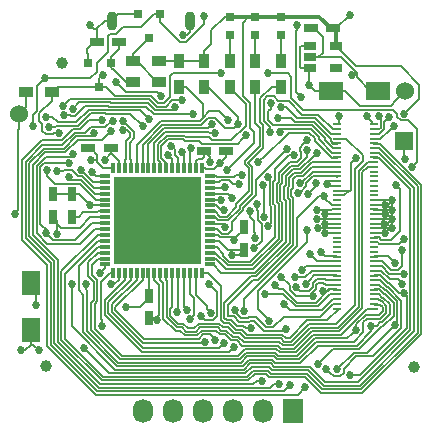
<source format=gtl>
G04 #@! TF.FileFunction,Copper,L1,Top,Signal*
%FSLAX46Y46*%
G04 Gerber Fmt 4.6, Leading zero omitted, Abs format (unit mm)*
G04 Created by KiCad (PCBNEW 4.0.1-stable) date Tuesday, May 24, 2016 'PMt' 11:55:58 PM*
%MOMM*%
G01*
G04 APERTURE LIST*
%ADD10C,0.100000*%
%ADD11C,1.000000*%
%ADD12R,0.300000X0.850000*%
%ADD13R,0.850000X0.300000*%
%ADD14R,1.837500X1.837500*%
%ADD15R,0.700000X0.200000*%
%ADD16R,0.750000X1.200000*%
%ADD17R,1.600000X2.000000*%
%ADD18R,1.200000X0.750000*%
%ADD19R,2.000000X1.600000*%
%ADD20R,0.797560X0.797560*%
%ADD21C,1.524000*%
%ADD22R,1.727200X2.032000*%
%ADD23O,1.727200X2.032000*%
%ADD24O,0.900000X1.600000*%
%ADD25R,1.501140X1.501140*%
%ADD26R,0.800100X0.800100*%
%ADD27R,0.900000X1.200000*%
%ADD28R,1.200000X0.900000*%
%ADD29R,1.060000X0.650000*%
%ADD30C,0.685800*%
%ADD31C,0.685801*%
%ADD32C,0.152400*%
%ADD33C,0.203200*%
%ADD34C,0.304800*%
G04 APERTURE END LIST*
D10*
D11*
X164590000Y-120760000D03*
X134800000Y-94970000D03*
D12*
X139101250Y-112761250D03*
X139601250Y-112761250D03*
X140101250Y-112761250D03*
X140601250Y-112761250D03*
X141101250Y-112761250D03*
X141601250Y-112761250D03*
X142101250Y-112761250D03*
X142601250Y-112761250D03*
X143101250Y-112761250D03*
X143601250Y-112761250D03*
X144101250Y-112761250D03*
X144601250Y-112761250D03*
X145101250Y-112761250D03*
X145601250Y-112761250D03*
X146101250Y-112761250D03*
X146601250Y-112761250D03*
D13*
X147301250Y-112061250D03*
X147301250Y-111561250D03*
X147301250Y-111061250D03*
X147301250Y-110561250D03*
X147301250Y-110061250D03*
X147301250Y-109561250D03*
X147301250Y-109061250D03*
X147301250Y-108561250D03*
X147301250Y-108061250D03*
X147301250Y-107561250D03*
X147301250Y-107061250D03*
X147301250Y-106561250D03*
X147301250Y-106061250D03*
X147301250Y-105561250D03*
X147301250Y-105061250D03*
X147301250Y-104561250D03*
D12*
X146601250Y-103861250D03*
X146101250Y-103861250D03*
X145601250Y-103861250D03*
X145101250Y-103861250D03*
X144601250Y-103861250D03*
X144101250Y-103861250D03*
X143601250Y-103861250D03*
X143101250Y-103861250D03*
X142601250Y-103861250D03*
X142101250Y-103861250D03*
X141601250Y-103861250D03*
X141101250Y-103861250D03*
X140601250Y-103861250D03*
X140101250Y-103861250D03*
X139601250Y-103861250D03*
X139101250Y-103861250D03*
D13*
X138401250Y-104561250D03*
X138401250Y-105061250D03*
X138401250Y-105561250D03*
X138401250Y-106061250D03*
X138401250Y-106561250D03*
X138401250Y-107061250D03*
X138401250Y-107561250D03*
X138401250Y-108061250D03*
X138401250Y-108561250D03*
X138401250Y-109061250D03*
X138401250Y-109561250D03*
X138401250Y-110061250D03*
X138401250Y-110561250D03*
X138401250Y-111061250D03*
X138401250Y-111561250D03*
X138401250Y-112061250D03*
D14*
X145607500Y-105555000D03*
X143770000Y-105555000D03*
X141932500Y-105555000D03*
X140095000Y-105555000D03*
X145607500Y-107392500D03*
X143770000Y-107392500D03*
X141932500Y-107392500D03*
X140095000Y-107392500D03*
X145607500Y-109230000D03*
X143770000Y-109230000D03*
X141932500Y-109230000D03*
X140095000Y-109230000D03*
X145607500Y-111067500D03*
X143770000Y-111067500D03*
X141932500Y-111067500D03*
X140095000Y-111067500D03*
D15*
X161190000Y-100200000D03*
X161190000Y-100600000D03*
X161190000Y-101000000D03*
X161190000Y-101400000D03*
X161190000Y-101800000D03*
X161190000Y-102200000D03*
X161190000Y-102600000D03*
X161190000Y-103000000D03*
X161190000Y-103400000D03*
X161190000Y-103800000D03*
X161190000Y-107800000D03*
X161190000Y-107400000D03*
X161190000Y-107000000D03*
X161190000Y-106600000D03*
X161190000Y-106200000D03*
X161190000Y-105800000D03*
X161190000Y-105400000D03*
X161190000Y-105000000D03*
X161190000Y-104600000D03*
X161190000Y-104200000D03*
X161190000Y-108200000D03*
X161190000Y-108600000D03*
X161190000Y-109000000D03*
X161190000Y-109400000D03*
X161190000Y-109800000D03*
X161190000Y-110200000D03*
X161190000Y-110600000D03*
X161190000Y-111000000D03*
X161190000Y-111400000D03*
X161190000Y-111800000D03*
X161190000Y-115800000D03*
X161190000Y-115400000D03*
X161190000Y-115000000D03*
X161190000Y-114600000D03*
X161190000Y-114200000D03*
X161190000Y-113800000D03*
X161190000Y-113400000D03*
X161190000Y-113000000D03*
X161190000Y-112600000D03*
X161190000Y-112200000D03*
X158110000Y-112200000D03*
X158110000Y-112600000D03*
X158110000Y-113000000D03*
X158110000Y-113400000D03*
X158110000Y-113800000D03*
X158110000Y-114200000D03*
X158110000Y-114600000D03*
X158110000Y-115000000D03*
X158110000Y-115400000D03*
X158110000Y-115800000D03*
X158110000Y-111800000D03*
X158110000Y-111400000D03*
X158110000Y-111000000D03*
X158110000Y-110600000D03*
X158110000Y-110200000D03*
X158110000Y-109800000D03*
X158110000Y-109400000D03*
X158110000Y-109000000D03*
X158110000Y-108600000D03*
X158110000Y-108200000D03*
X158110000Y-104200000D03*
X158110000Y-104600000D03*
X158110000Y-105000000D03*
X158110000Y-105400000D03*
X158110000Y-105800000D03*
X158110000Y-106200000D03*
X158110000Y-106600000D03*
X158110000Y-107000000D03*
X158110000Y-107400000D03*
X158110000Y-107800000D03*
X158110000Y-103800000D03*
X158110000Y-103400000D03*
X158110000Y-103000000D03*
X158110000Y-102600000D03*
X158110000Y-102200000D03*
X158110000Y-101800000D03*
X158110000Y-101400000D03*
X158110000Y-101000000D03*
X158110000Y-100600000D03*
X158110000Y-100200000D03*
D16*
X142150000Y-116600000D03*
X142150000Y-114700000D03*
X150200000Y-108900000D03*
X150200000Y-110800000D03*
D17*
X132180000Y-117640000D03*
X132180000Y-113640000D03*
D16*
X134010000Y-108020000D03*
X134010000Y-106120000D03*
X135670000Y-108010000D03*
X135670000Y-106110000D03*
D18*
X138920000Y-102240000D03*
X137020000Y-102240000D03*
X148670000Y-102450000D03*
X146770000Y-102450000D03*
D19*
X157530000Y-97340000D03*
X161530000Y-97340000D03*
D18*
X157770000Y-92060000D03*
X155870000Y-92060000D03*
X139630000Y-93230000D03*
X137730000Y-93230000D03*
D20*
X149000000Y-91100000D03*
X149000000Y-92598600D03*
X151150000Y-91100000D03*
X151150000Y-92598600D03*
X153300000Y-91100000D03*
X153300000Y-92598600D03*
D21*
X131170000Y-99310000D03*
D22*
X154330000Y-124440000D03*
D23*
X151790000Y-124440000D03*
X149250000Y-124440000D03*
X146710000Y-124440000D03*
X144170000Y-124440000D03*
X141630000Y-124440000D03*
D24*
X139000000Y-91450000D03*
X145600000Y-91450000D03*
D25*
X163780000Y-101640000D03*
D21*
X163850000Y-97370000D03*
D26*
X143100000Y-90889240D03*
X141200000Y-90889240D03*
X142150000Y-92888220D03*
X138900000Y-95039240D03*
X137000000Y-95039240D03*
X137950000Y-97038220D03*
D27*
X149000000Y-94800000D03*
X149000000Y-97000000D03*
X151150000Y-94800000D03*
X151150000Y-97000000D03*
X153300000Y-94800000D03*
X153300000Y-97000000D03*
D28*
X131720000Y-97460000D03*
X133920000Y-97460000D03*
D27*
X146850000Y-94800000D03*
X146850000Y-97000000D03*
D28*
X143000000Y-94870000D03*
X140800000Y-94870000D03*
X140820000Y-96590000D03*
X143020000Y-96590000D03*
D27*
X144700000Y-94800000D03*
X144700000Y-97000000D03*
D29*
X155750000Y-93550000D03*
X155750000Y-94500000D03*
X155750000Y-95450000D03*
X157950000Y-95450000D03*
X157950000Y-93550000D03*
D11*
X133430000Y-120660000D03*
D30*
X154451587Y-102826839D03*
D31*
X160588314Y-99531520D03*
D30*
X153834541Y-102263278D03*
D31*
X158255617Y-99531520D03*
X158255617Y-99531522D03*
X159700726Y-117580726D03*
X154506546Y-113131215D03*
D30*
X137982580Y-112787438D03*
X136790000Y-113680000D03*
D31*
X160970000Y-117250000D03*
X155117689Y-112557540D03*
D30*
X151760000Y-121911626D03*
X138950000Y-100730000D03*
X156430000Y-120525197D03*
X145669370Y-102177076D03*
X137502167Y-100951020D03*
X153190000Y-122178749D03*
X143778481Y-102813871D03*
D31*
X162950000Y-117190000D03*
X154624470Y-113961090D03*
D30*
X158069461Y-120952898D03*
X154120000Y-122290000D03*
X139071797Y-99876988D03*
X157174977Y-120909395D03*
X144921484Y-102555581D03*
X144052978Y-102021887D03*
X138200228Y-99825697D03*
D31*
X163711422Y-114496355D03*
X155427033Y-113699487D03*
D30*
X155373528Y-122469951D03*
X159173336Y-121435096D03*
X163543355Y-113675166D03*
X149143601Y-106468857D03*
X151313033Y-106972906D03*
D31*
X163700000Y-112840000D03*
D30*
X156843729Y-114286122D03*
X152852183Y-113789204D03*
X151075042Y-110700306D03*
X150022686Y-104455304D03*
X148561444Y-105493216D03*
X163564649Y-110829965D03*
X150701465Y-107546128D03*
D31*
X162950000Y-111900000D03*
D30*
X156030904Y-114737928D03*
X153363520Y-113125025D03*
X151092987Y-109862286D03*
X149774691Y-105255990D03*
X135616978Y-113753156D03*
X138918068Y-113724917D03*
X138130000Y-117240000D03*
X136621097Y-119109441D03*
X156369892Y-102596435D03*
D31*
X162864656Y-100304757D03*
D30*
X155563838Y-102375923D03*
D31*
X162507971Y-99546222D03*
D30*
X155570291Y-101540284D03*
D31*
X161632194Y-99531520D03*
D30*
X152390146Y-100883731D03*
X150363080Y-101133863D03*
X144369695Y-98743452D03*
X153305640Y-98768564D03*
X137361722Y-104204639D03*
X135712876Y-98866738D03*
X135698810Y-102730579D03*
X153060000Y-99670000D03*
X145901870Y-99312432D03*
X134986112Y-99433785D03*
X135405483Y-103513079D03*
X144942060Y-98134563D03*
X133460000Y-109400000D03*
X134852325Y-98606319D03*
X152443011Y-98379695D03*
X133524001Y-104103671D03*
X133436074Y-99549837D03*
X153222374Y-100807940D03*
X142156362Y-99733638D03*
X134357523Y-104163578D03*
X133670000Y-100460000D03*
X151402655Y-103423651D03*
X141603856Y-100368126D03*
X150809246Y-117448703D03*
X148521138Y-118736065D03*
X153740654Y-117519248D03*
X149320693Y-119063646D03*
X154910076Y-105178103D03*
X149693907Y-100148076D03*
X154770014Y-106001954D03*
X148853138Y-99823840D03*
X156387940Y-107433350D03*
X157050000Y-107790000D03*
X156400000Y-108200000D03*
X157050000Y-108600000D03*
X156420000Y-109010000D03*
X157050000Y-109410000D03*
X151775805Y-105354851D03*
D31*
X156699489Y-110981520D03*
D30*
X147773516Y-100970096D03*
X151918480Y-108032229D03*
X152245373Y-104660513D03*
D31*
X155798312Y-111183021D03*
D30*
X147449225Y-100197167D03*
X152260258Y-108806156D03*
X151934202Y-114523895D03*
X148469298Y-107448584D03*
X153553216Y-115406045D03*
X148256721Y-106635709D03*
X147370000Y-116150000D03*
X149414755Y-115879981D03*
X157183169Y-105214626D03*
X137148650Y-107061250D03*
X145010000Y-92640000D03*
X142795339Y-116742423D03*
X163790000Y-103110000D03*
X148157400Y-103490000D03*
X132840000Y-119340000D03*
X131300000Y-119340000D03*
X138390000Y-103180000D03*
X149385597Y-109971397D03*
X162740000Y-106600000D03*
X162100000Y-106990000D03*
X162700000Y-107410000D03*
X162110000Y-107790000D03*
X162690000Y-108210000D03*
X162080000Y-108600000D03*
X162690000Y-108970000D03*
X162110000Y-109390000D03*
X159370000Y-96030000D03*
X137160000Y-91810000D03*
X140167141Y-115688214D03*
X137250992Y-103229027D03*
X163720000Y-99300000D03*
X148785214Y-104045383D03*
X132620000Y-115530000D03*
X130790000Y-107780000D03*
X149169512Y-111269983D03*
X147320000Y-103390000D03*
X159680000Y-103060000D03*
X159160000Y-90900000D03*
X134330000Y-109450000D03*
X135368823Y-104651020D03*
X155720000Y-96880000D03*
X143206155Y-97832794D03*
X139360000Y-96640000D03*
X146584684Y-116435705D03*
X147230000Y-113710000D03*
X148599982Y-108896500D03*
X145610000Y-116690000D03*
X145330000Y-115880000D03*
X144528589Y-116116828D03*
X150235706Y-116036146D03*
X146932851Y-118596297D03*
X157000000Y-106300000D03*
X147748962Y-118416547D03*
X152332622Y-116809013D03*
X155510000Y-109160000D03*
X156330000Y-105150000D03*
X155612149Y-106122754D03*
X133310000Y-96300000D03*
X154650631Y-91747720D03*
D31*
X163714047Y-109890000D03*
D30*
X154980000Y-97860000D03*
X132310000Y-100310000D03*
X146790000Y-91040000D03*
X163060000Y-105330000D03*
X164449030Y-103780970D03*
X134534401Y-100963489D03*
X136401740Y-104026480D03*
X138240000Y-96000000D03*
X148270000Y-95820000D03*
X152210000Y-95870000D03*
X139910000Y-99880900D03*
X139910000Y-100719100D03*
D32*
X138401250Y-111561250D02*
X137823850Y-111561250D01*
X160612785Y-115800200D02*
X161045015Y-115800200D01*
X154590274Y-119493890D02*
X156060111Y-118024053D01*
X137823850Y-111561250D02*
X137300578Y-112084522D01*
X158388932Y-118024053D02*
X160612785Y-115800200D01*
X137300578Y-112084522D02*
X137300578Y-112913687D01*
X137558498Y-117494322D02*
X139833976Y-119769800D01*
X137300578Y-112913687D02*
X137776313Y-113389422D01*
X137776313Y-113389422D02*
X137776313Y-115194022D01*
X137776313Y-115194022D02*
X137558498Y-115411837D01*
X137558498Y-115411837D02*
X137558498Y-117494322D01*
X139833976Y-119769800D02*
X149693928Y-119769800D01*
X149693928Y-119769800D02*
X150236979Y-119226749D01*
X150236979Y-119226749D02*
X152944660Y-119226749D01*
X152944660Y-119226749D02*
X153211801Y-119493890D01*
X153211801Y-119493890D02*
X154590274Y-119493890D01*
X156060111Y-118024053D02*
X158388932Y-118024053D01*
X150434715Y-118017665D02*
X153445476Y-118017665D01*
X148241233Y-116788246D02*
X148506490Y-117053503D01*
X155555087Y-116804809D02*
X157251008Y-116804809D01*
X153445476Y-118017665D02*
X153712617Y-118284806D01*
X149994762Y-117577712D02*
X150434715Y-118017665D01*
X148506490Y-117053503D02*
X148963065Y-117053503D01*
X147141250Y-112761250D02*
X148241233Y-113861233D01*
X153712617Y-118284806D02*
X154075090Y-118284806D01*
X157251008Y-116804809D02*
X158255617Y-115800200D01*
X148241233Y-113861233D02*
X148241233Y-116788246D01*
X154075090Y-118284806D02*
X155555087Y-116804809D01*
X149487274Y-117577712D02*
X149994762Y-117577712D01*
X148963065Y-117053503D02*
X149487274Y-117577712D01*
X146601250Y-112761250D02*
X147141250Y-112761250D01*
X152816893Y-104951521D02*
X152816893Y-103976600D01*
X147878650Y-110561250D02*
X148458499Y-111141099D01*
X152837534Y-107067254D02*
X152674948Y-106904668D01*
X148458499Y-111141099D02*
X148458499Y-111369883D01*
X152837534Y-109746066D02*
X152837534Y-107067254D01*
X148458499Y-111369883D02*
X148930117Y-111841501D01*
X150742099Y-111841501D02*
X152837534Y-109746066D01*
X152674948Y-106904668D02*
X152674948Y-105093466D01*
X152674948Y-105093466D02*
X152816893Y-104951521D01*
X148930117Y-111841501D02*
X150742099Y-111841501D01*
X153966654Y-102826839D02*
X154451587Y-102826839D01*
X147301250Y-110561250D02*
X147878650Y-110561250D01*
X152816893Y-103976600D02*
X153966654Y-102826839D01*
X160931213Y-99874419D02*
X160588314Y-99531520D01*
X161045015Y-99988221D02*
X160931213Y-99874419D01*
X161045015Y-100200200D02*
X161045015Y-99988221D01*
X147301250Y-109061250D02*
X147918908Y-109061250D01*
X147918908Y-109061250D02*
X148325660Y-109468002D01*
X150126185Y-107288282D02*
X151204304Y-106210163D01*
X149171502Y-109164829D02*
X149171502Y-108438823D01*
X153491642Y-102606177D02*
X153834541Y-102263278D01*
X150126185Y-107484140D02*
X150126185Y-107288282D01*
X151204304Y-106210163D02*
X151204304Y-104893515D01*
X149171502Y-108438823D02*
X150126185Y-107484140D01*
X148868329Y-109468002D02*
X149171502Y-109164829D01*
X148325660Y-109468002D02*
X148868329Y-109468002D01*
X151204304Y-104893515D02*
X153491642Y-102606177D01*
X158255617Y-100200200D02*
X158255617Y-99531520D01*
X136993687Y-113037863D02*
X137471502Y-113515678D01*
X137253687Y-117640578D02*
X139685180Y-120072071D01*
X139685180Y-120072071D02*
X149819132Y-120072071D01*
X137253687Y-115285581D02*
X137253687Y-117640578D01*
X153086597Y-119796161D02*
X154719070Y-119796161D01*
X149819132Y-120072071D02*
X150362183Y-119529020D01*
X136993687Y-111891413D02*
X136993687Y-113037863D01*
X138401250Y-111061250D02*
X137823850Y-111061250D01*
X137823850Y-111061250D02*
X136993687Y-111891413D01*
X159357827Y-117923625D02*
X159700726Y-117580726D01*
X137471502Y-115067766D02*
X137253687Y-115285581D01*
X154719070Y-119796161D02*
X156186367Y-118328864D01*
X156186367Y-118328864D02*
X158952588Y-118328864D01*
X152819456Y-119529020D02*
X153086597Y-119796161D01*
X150362183Y-119529020D02*
X152819456Y-119529020D01*
X158952588Y-118328864D02*
X159357827Y-117923625D01*
X137471502Y-113515678D02*
X137471502Y-115067766D01*
X160481693Y-116358767D02*
X159700726Y-117139734D01*
X161722881Y-115471399D02*
X161950000Y-115698518D01*
X161190316Y-115376401D02*
X161285314Y-115471399D01*
X161285314Y-115471399D02*
X161722881Y-115471399D01*
X161950000Y-115698518D02*
X161950000Y-116030000D01*
X161950000Y-116030000D02*
X161621233Y-116358767D01*
X161621233Y-116358767D02*
X160481693Y-116358767D01*
X159700726Y-117139734D02*
X159700726Y-117580726D01*
X155392011Y-113129042D02*
X154993652Y-113129042D01*
X155944652Y-112576401D02*
X155392011Y-113129042D01*
X158110316Y-112576401D02*
X155944652Y-112576401D01*
X154993652Y-113129042D02*
X154991479Y-113131215D01*
X154991479Y-113131215D02*
X154506546Y-113131215D01*
X150487387Y-119831291D02*
X149944336Y-120374342D01*
X161849137Y-115166588D02*
X162252271Y-115569722D01*
X149944336Y-120374342D02*
X139556384Y-120374342D01*
X136790000Y-114164933D02*
X136790000Y-113680000D01*
X136900000Y-114274933D02*
X136790000Y-114164933D01*
X139556384Y-120374342D02*
X136900000Y-117717958D01*
X154847866Y-120098432D02*
X152961393Y-120098432D01*
X156312623Y-118633675D02*
X154847866Y-120098432D01*
X160311038Y-117806897D02*
X159484260Y-118633675D01*
X160606897Y-116661038D02*
X160311038Y-116956897D01*
X161746437Y-116661038D02*
X160606897Y-116661038D01*
X162252271Y-115569722D02*
X162252271Y-116155204D01*
X161761077Y-115166588D02*
X161849137Y-115166588D01*
X161570890Y-114976401D02*
X161761077Y-115166588D01*
X152961393Y-120098432D02*
X152694252Y-119831291D01*
X160311038Y-116956897D02*
X160311038Y-117806897D01*
X152694252Y-119831291D02*
X150487387Y-119831291D01*
X162252271Y-116155204D02*
X161746437Y-116661038D01*
X161190316Y-114976401D02*
X161570890Y-114976401D01*
X136900000Y-117717958D02*
X136900000Y-114274933D01*
X159484260Y-118633675D02*
X156312623Y-118633675D01*
X138401250Y-112368768D02*
X138325479Y-112444539D01*
X138401250Y-112061250D02*
X138401250Y-112368768D01*
X138325479Y-112444539D02*
X137982580Y-112787438D01*
X136561502Y-117810527D02*
X139427588Y-120676613D01*
X160970000Y-117734933D02*
X160970000Y-117250000D01*
X159766447Y-118938486D02*
X160970000Y-117734933D01*
X154976662Y-120400703D02*
X156438879Y-118938486D01*
X136188498Y-112196602D02*
X136188498Y-114244322D01*
X138401250Y-110561250D02*
X137823850Y-110561250D01*
X156438879Y-118938486D02*
X159766447Y-118938486D01*
X137823850Y-110561250D02*
X136188498Y-112196602D01*
X139427588Y-120676613D02*
X150069540Y-120676613D01*
X136188498Y-114244322D02*
X136561502Y-114617326D01*
X152569048Y-120133562D02*
X152836189Y-120400703D01*
X136561502Y-114617326D02*
X136561502Y-117810527D01*
X150069540Y-120676613D02*
X150612591Y-120133562D01*
X152836189Y-120400703D02*
X154976662Y-120400703D01*
X150612591Y-120133562D02*
X152569048Y-120133562D01*
X162554542Y-116280408D02*
X161871641Y-116963309D01*
X161975393Y-114861777D02*
X162554542Y-115440926D01*
X161454933Y-117250000D02*
X160970000Y-117250000D01*
X161190316Y-114576401D02*
X161601957Y-114576401D01*
X161871641Y-116963309D02*
X161741624Y-116963309D01*
X161601957Y-114576401D02*
X161887333Y-114861777D01*
X161887333Y-114861777D02*
X161975393Y-114861777D01*
X162554542Y-115440926D02*
X162554542Y-116280408D01*
X161741624Y-116963309D02*
X161454933Y-117250000D01*
X155460588Y-112214641D02*
X155117689Y-112557540D01*
X155498828Y-112176401D02*
X155460588Y-112214641D01*
X158110316Y-112176401D02*
X155498828Y-112176401D01*
X135046443Y-102575935D02*
X133361181Y-102575935D01*
X132334644Y-109551535D02*
X134435855Y-111652746D01*
X134435855Y-118612153D02*
X138011670Y-122187968D01*
X151275067Y-121911626D02*
X151760000Y-121911626D01*
X150998725Y-122187968D02*
X151275067Y-121911626D01*
X138011670Y-122187968D02*
X150998725Y-122187968D01*
X132334644Y-103602472D02*
X132334644Y-109551535D01*
X136102378Y-101520000D02*
X135046443Y-102575935D01*
X138160000Y-101520000D02*
X136102378Y-101520000D01*
X133361181Y-102575935D02*
X132334644Y-103602472D01*
X134435855Y-111652746D02*
X134435855Y-118612153D01*
X138950000Y-100730000D02*
X138160000Y-101520000D01*
X161996845Y-117265580D02*
X161879106Y-117265580D01*
X162013589Y-114556966D02*
X162101649Y-114556966D01*
X161633025Y-114176401D02*
X162013589Y-114556966D01*
X161879106Y-117265580D02*
X159901389Y-119243297D01*
X159901389Y-119243297D02*
X157711900Y-119243297D01*
X162101649Y-114556966D02*
X162856813Y-115312130D01*
X162856813Y-116405612D02*
X161996845Y-117265580D01*
X157711900Y-119243297D02*
X156772899Y-120182298D01*
X156772899Y-120182298D02*
X156430000Y-120525197D01*
X162856813Y-115312130D02*
X162856813Y-116405612D01*
X161190316Y-114176401D02*
X161633025Y-114176401D01*
X145601250Y-103861250D02*
X145601250Y-102245196D01*
X145601250Y-102245196D02*
X145669370Y-102177076D01*
X132029833Y-103479808D02*
X133238517Y-102271124D01*
X135977174Y-101217729D02*
X137235458Y-101217729D01*
X137235458Y-101217729D02*
X137502167Y-100951020D01*
X152393577Y-122490239D02*
X137882874Y-122490239D01*
X134923779Y-102271124D02*
X135977174Y-101217729D01*
X134131044Y-118738409D02*
X134131044Y-111779002D01*
X153190000Y-122178749D02*
X152705067Y-122178749D01*
X132029833Y-109677791D02*
X132029833Y-103479808D01*
X137882874Y-122490239D02*
X134131044Y-118738409D01*
X134131044Y-111779002D02*
X132029833Y-109677791D01*
X133238517Y-102271124D02*
X134923779Y-102271124D01*
X152705067Y-122178749D02*
X152393577Y-122490239D01*
X161664091Y-113776401D02*
X162139845Y-114252155D01*
X162607101Y-117532899D02*
X162950000Y-117190000D01*
X160591892Y-119548108D02*
X162607101Y-117532899D01*
X163169244Y-115193494D02*
X163169244Y-116970756D01*
X159474251Y-119548108D02*
X160591892Y-119548108D01*
X161190316Y-113776401D02*
X161664091Y-113776401D01*
X162227905Y-114252155D02*
X163169244Y-115193494D01*
X162139845Y-114252155D02*
X162227905Y-114252155D01*
X163169244Y-116970756D02*
X162950000Y-117190000D01*
X158069461Y-120952898D02*
X159474251Y-119548108D01*
X144101250Y-103136640D02*
X143778481Y-102813871D01*
X144101250Y-103861250D02*
X144101250Y-103136640D01*
X154934369Y-114270989D02*
X154624470Y-113961090D01*
X157046451Y-113289562D02*
X156365473Y-113289562D01*
X155998535Y-113973809D02*
X155701355Y-114270989D01*
X157133290Y-113376401D02*
X157046451Y-113289562D01*
X156365473Y-113289562D02*
X155998535Y-113656500D01*
X158110316Y-113376401D02*
X157133290Y-113376401D01*
X155998535Y-113656500D02*
X155998535Y-113973809D01*
X155701355Y-114270989D02*
X154934369Y-114270989D01*
X153777101Y-122632899D02*
X154120000Y-122290000D01*
X131725022Y-109843956D02*
X133826233Y-111945167D01*
X131725022Y-103357144D02*
X131725022Y-109843956D01*
X137754078Y-122792510D02*
X153617490Y-122792510D01*
X133826233Y-118864665D02*
X137754078Y-122792510D01*
X133826233Y-111945167D02*
X133826233Y-118864665D01*
X134801115Y-101966313D02*
X133115853Y-101966313D01*
X138987190Y-99876988D02*
X138452120Y-100412058D01*
X135851970Y-100915458D02*
X134801115Y-101966313D01*
X137229064Y-100382058D02*
X136695664Y-100915458D01*
X138452120Y-100412058D02*
X137805270Y-100412058D01*
X136695664Y-100915458D02*
X135851970Y-100915458D01*
X133115853Y-101966313D02*
X131725022Y-103357144D01*
X139071797Y-99876988D02*
X138987190Y-99876988D01*
X153617490Y-122792510D02*
X153777101Y-122632899D01*
X137805270Y-100412058D02*
X137775270Y-100382058D01*
X137775270Y-100382058D02*
X137229064Y-100382058D01*
X157789981Y-121524399D02*
X157517876Y-121252294D01*
X158343782Y-121524399D02*
X157789981Y-121524399D01*
X162354161Y-113947344D02*
X163521502Y-115114685D01*
X158640962Y-121227219D02*
X158343782Y-121524399D01*
X161150870Y-119852919D02*
X159662903Y-119852919D01*
X163521502Y-115114685D02*
X163521502Y-117482287D01*
X159662903Y-119852919D02*
X158640962Y-120874860D01*
X161190316Y-113376401D02*
X161695158Y-113376401D01*
X158640962Y-120874860D02*
X158640962Y-121227219D01*
X161695158Y-113376401D02*
X162266101Y-113947344D01*
X157517876Y-121252294D02*
X157174977Y-120909395D01*
X162266101Y-113947344D02*
X162354161Y-113947344D01*
X163521502Y-117482287D02*
X161150870Y-119852919D01*
X145101250Y-103861250D02*
X145101250Y-102735347D01*
X145101250Y-102735347D02*
X144921484Y-102555581D01*
X133521422Y-118990921D02*
X133521422Y-112071423D01*
X137715295Y-99825697D02*
X138200228Y-99825697D01*
X137075370Y-99825697D02*
X137715295Y-99825697D01*
X135721132Y-100613187D02*
X136287880Y-100613187D01*
X134801869Y-101532450D02*
X135721132Y-100613187D01*
X133122241Y-101532450D02*
X134801869Y-101532450D01*
X155373528Y-122469951D02*
X154748698Y-123094781D01*
X133521422Y-112071423D02*
X131420211Y-109970212D01*
X137625282Y-123094781D02*
X133521422Y-118990921D01*
X154748698Y-123094781D02*
X137625282Y-123094781D01*
X131420211Y-103234480D02*
X133122241Y-101532450D01*
X131420211Y-109970212D02*
X131420211Y-103234480D01*
X136287880Y-100613187D02*
X137075370Y-99825697D01*
X159996167Y-121435096D02*
X163980756Y-117450507D01*
X163980756Y-117450507D02*
X163980756Y-114765689D01*
X163980756Y-114765689D02*
X163711422Y-114496355D01*
X159173336Y-121435096D02*
X159996167Y-121435096D01*
X144601250Y-103081169D02*
X144349983Y-102829902D01*
X144601250Y-103861250D02*
X144601250Y-103081169D01*
X144349983Y-102318892D02*
X144052978Y-102021887D01*
X144349983Y-102829902D02*
X144349983Y-102318892D01*
X162392357Y-113642533D02*
X162480417Y-113642533D01*
X163334239Y-114496355D02*
X163711422Y-114496355D01*
X161190316Y-112976401D02*
X161726225Y-112976401D01*
X162480417Y-113642533D02*
X163334239Y-114496355D01*
X161726225Y-112976401D02*
X162392357Y-113642533D01*
X156150119Y-112976401D02*
X155769932Y-113356588D01*
X155769932Y-113356588D02*
X155427033Y-113699487D01*
X158110316Y-112976401D02*
X156150119Y-112976401D01*
X147301250Y-106061250D02*
X148283654Y-106061250D01*
X148800702Y-106125958D02*
X149143601Y-106468857D01*
X148283654Y-106061250D02*
X148287122Y-106064718D01*
X148287122Y-106064718D02*
X148739462Y-106064718D01*
X148739462Y-106064718D02*
X148800702Y-106125958D01*
X161806679Y-112576401D02*
X162562545Y-113332267D01*
X163200456Y-113332267D02*
X163543355Y-113675166D01*
X161190316Y-112576401D02*
X161806679Y-112576401D01*
X162562545Y-113332267D02*
X163200456Y-113332267D01*
X147934285Y-104616885D02*
X149376172Y-104616885D01*
X149537753Y-104455304D02*
X150022686Y-104455304D01*
X147878650Y-104561250D02*
X147934285Y-104616885D01*
X149376172Y-104616885D02*
X149537753Y-104455304D01*
X147301250Y-104561250D02*
X147878650Y-104561250D01*
X151075042Y-110700306D02*
X151688757Y-110086591D01*
X151313033Y-107457839D02*
X151313033Y-106972906D01*
X151688757Y-110086591D02*
X151688757Y-108648330D01*
X151346978Y-107491784D02*
X151313033Y-107457839D01*
X151688757Y-108648330D02*
X151346978Y-108306551D01*
X151346978Y-108306551D02*
X151346978Y-107491784D01*
X163215067Y-112840000D02*
X163700000Y-112840000D01*
X161190316Y-112176401D02*
X161841468Y-112176401D01*
X162505067Y-112840000D02*
X163215067Y-112840000D01*
X161841468Y-112176401D02*
X162505067Y-112840000D01*
X153195082Y-114132103D02*
X152852183Y-113789204D01*
X157431496Y-114176401D02*
X157431496Y-114183288D01*
X157431496Y-114183288D02*
X157328662Y-114286122D01*
X157328662Y-114286122D02*
X156843729Y-114286122D01*
X153518593Y-114132103D02*
X153195082Y-114132103D01*
X154695919Y-115309429D02*
X153518593Y-114132103D01*
X157431496Y-114176401D02*
X156298468Y-115309429D01*
X156298468Y-115309429D02*
X154695919Y-115309429D01*
X158110316Y-114176401D02*
X157431496Y-114176401D01*
X147301250Y-105561250D02*
X148493410Y-105561250D01*
X148493410Y-105561250D02*
X148561444Y-105493216D01*
X161907485Y-111776401D02*
X162619582Y-112488498D01*
X162619582Y-112488498D02*
X163235678Y-112488498D01*
X161190316Y-111776401D02*
X161907485Y-111776401D01*
X163235678Y-112488498D02*
X163564649Y-112159527D01*
X163564649Y-112159527D02*
X163564649Y-111314898D01*
X163564649Y-111314898D02*
X163564649Y-110829965D01*
X148955464Y-104921696D02*
X149289758Y-105255990D01*
X148072926Y-105061250D02*
X148212480Y-104921696D01*
X149289758Y-105255990D02*
X149774691Y-105255990D01*
X147301250Y-105061250D02*
X148072926Y-105061250D01*
X148212480Y-104921696D02*
X148955464Y-104921696D01*
X151039941Y-109324307D02*
X151039941Y-108369537D01*
X151092987Y-109377353D02*
X151039941Y-109324307D01*
X151039941Y-108369537D02*
X150701465Y-108031061D01*
X151092987Y-109862286D02*
X151092987Y-109377353D01*
X150701465Y-108031061D02*
X150701465Y-107546128D01*
X162426401Y-111376401D02*
X162607101Y-111557101D01*
X162607101Y-111557101D02*
X162950000Y-111900000D01*
X161190316Y-111376401D02*
X162426401Y-111376401D01*
X155545971Y-114737928D02*
X156030904Y-114737928D01*
X157102223Y-113776401D02*
X156920195Y-113594373D01*
X156491728Y-113594373D02*
X156303346Y-113782755D01*
X156303346Y-113782755D02*
X156303346Y-114100065D01*
X156030904Y-114372506D02*
X156030904Y-114737928D01*
X153363520Y-113125025D02*
X154052969Y-113814474D01*
X156920195Y-113594373D02*
X156491728Y-113594373D01*
X154555485Y-114737928D02*
X155545971Y-114737928D01*
X154052969Y-113814474D02*
X154052969Y-114235412D01*
X158110316Y-113776401D02*
X157102223Y-113776401D01*
X156303346Y-114100065D02*
X156030904Y-114372506D01*
X154052969Y-114235412D02*
X154555485Y-114737928D01*
X160687600Y-103800000D02*
X161190000Y-103800000D01*
X154461478Y-119191619D02*
X155933855Y-117719242D01*
X149090100Y-118492145D02*
X149591562Y-118492145D01*
X143355086Y-116640338D02*
X144395013Y-117680265D01*
X158266268Y-117719242D02*
X160219833Y-115765677D01*
X160219833Y-104267767D02*
X160687600Y-103800000D01*
X143101250Y-112761250D02*
X143101250Y-113338651D01*
X147850828Y-117680265D02*
X148130878Y-117960316D01*
X153337005Y-119191619D02*
X154461478Y-119191619D01*
X146223511Y-118073504D02*
X146616750Y-117680265D01*
X153069864Y-118924478D02*
X153337005Y-119191619D01*
X149591562Y-118492145D02*
X150023895Y-118924478D01*
X148558271Y-117960316D02*
X149090100Y-118492145D01*
X148130878Y-117960316D02*
X148558271Y-117960316D01*
X144783251Y-117680265D02*
X145176489Y-118073504D01*
X144395013Y-117680265D02*
X144783251Y-117680265D01*
X146616750Y-117680265D02*
X147850828Y-117680265D01*
X143101250Y-113338651D02*
X143355086Y-113592487D01*
X143355086Y-113592487D02*
X143355086Y-116640338D01*
X145176489Y-118073504D02*
X146223511Y-118073504D01*
X160219833Y-115765677D02*
X160219833Y-104267767D01*
X155933855Y-117719242D02*
X158266268Y-117719242D01*
X150023895Y-118924478D02*
X153069864Y-118924478D01*
X147974351Y-117376313D02*
X148256082Y-117658045D01*
X145301693Y-117771233D02*
X146098306Y-117771233D01*
X153195068Y-118622207D02*
X153462209Y-118889348D01*
X143657357Y-113463691D02*
X143657357Y-116515134D01*
X149721270Y-118187334D02*
X150156143Y-118622207D01*
X146493227Y-117376313D02*
X147974351Y-117376313D01*
X159915022Y-115643014D02*
X159915022Y-104141869D01*
X153462209Y-118889348D02*
X154332682Y-118889348D01*
X143601250Y-113407584D02*
X143657357Y-113463691D01*
X148256082Y-117658045D02*
X148712658Y-117658045D01*
X160656891Y-103400000D02*
X160687600Y-103400000D01*
X159915022Y-104141869D02*
X160656891Y-103400000D01*
X154332682Y-118889348D02*
X155807599Y-117414431D01*
X144906773Y-117376313D02*
X145301693Y-117771233D01*
X148712658Y-117658045D02*
X149241947Y-118187334D01*
X144518536Y-117376313D02*
X144906773Y-117376313D01*
X143601250Y-112761250D02*
X143601250Y-113407584D01*
X158143605Y-117414431D02*
X159915022Y-115643014D01*
X150156143Y-118622207D02*
X153195068Y-118622207D01*
X143657357Y-116515134D02*
X144518536Y-117376313D01*
X160687600Y-103400000D02*
X161190000Y-103400000D01*
X146098306Y-117771233D02*
X146493227Y-117376313D01*
X155807599Y-117414431D02*
X158143605Y-117414431D01*
X149241947Y-118187334D02*
X149721270Y-118187334D01*
X164285567Y-105704590D02*
X164285567Y-117573170D01*
X164285567Y-117573170D02*
X159852140Y-122006597D01*
X150194744Y-120978884D02*
X139298792Y-120978884D01*
X150737795Y-120435833D02*
X150194744Y-120978884D01*
X161604977Y-103024000D02*
X164285567Y-105704590D01*
X135616978Y-114238089D02*
X135616978Y-113753156D01*
X159852140Y-122006597D02*
X157065578Y-122006597D01*
X152710985Y-120702974D02*
X152443845Y-120435833D01*
X161190316Y-103024000D02*
X161604977Y-103024000D01*
X135616978Y-117297070D02*
X135616978Y-114238089D01*
X157065578Y-122006597D02*
X155761955Y-120702974D01*
X155761955Y-120702974D02*
X152710985Y-120702974D01*
X152443845Y-120435833D02*
X150737795Y-120435833D01*
X139298792Y-120978884D02*
X135616978Y-117297070D01*
X139601250Y-113338650D02*
X139214983Y-113724917D01*
X139601250Y-112761250D02*
X139601250Y-113338650D01*
X139214983Y-113724917D02*
X138918068Y-113724917D01*
X156939322Y-122311408D02*
X155633159Y-121005245D01*
X150319948Y-121281155D02*
X138792811Y-121281155D01*
X152318641Y-120738104D02*
X150862999Y-120738104D01*
X136963996Y-119452340D02*
X136621097Y-119109441D01*
X152585780Y-121005244D02*
X152318641Y-120738104D01*
X155633159Y-121005245D02*
X152585780Y-121005244D01*
X159974803Y-122311408D02*
X156939322Y-122311408D01*
X164587838Y-117698374D02*
X159974803Y-122311408D01*
X161632452Y-102624000D02*
X164587838Y-105579386D01*
X138792811Y-121281155D02*
X136963996Y-119452340D01*
X161190316Y-102624000D02*
X161632452Y-102624000D01*
X164587838Y-105579386D02*
X164587838Y-117698374D01*
X150862999Y-120738104D02*
X150319948Y-121281155D01*
X138090746Y-116715813D02*
X138130000Y-116755067D01*
X138090746Y-113516154D02*
X138090746Y-116715813D01*
X138845650Y-112761250D02*
X138090746Y-113516154D01*
X139101250Y-112761250D02*
X138845650Y-112761250D01*
X138130000Y-116755067D02*
X138130000Y-117240000D01*
X152193437Y-121040375D02*
X150988203Y-121040375D01*
X137823850Y-110061250D02*
X138401250Y-110061250D01*
X150988203Y-121040375D02*
X150445152Y-121583426D01*
X135045477Y-118359641D02*
X135045477Y-112839623D01*
X138269262Y-121583426D02*
X135045477Y-118359641D01*
X152460577Y-121307516D02*
X152193437Y-121040375D01*
X155504363Y-121307516D02*
X152460577Y-121307516D01*
X160097466Y-122616219D02*
X156813066Y-122616219D01*
X161659927Y-102224000D02*
X164890109Y-105454182D01*
X161190316Y-102224000D02*
X161659927Y-102224000D01*
X135045477Y-112839623D02*
X137823850Y-110061250D01*
X164890109Y-105454182D02*
X164890109Y-117823578D01*
X156813066Y-122616219D02*
X155504363Y-121307516D01*
X164890109Y-117823578D02*
X160097466Y-122616219D01*
X150445152Y-121583426D02*
X138269262Y-121583426D01*
X155375567Y-121609787D02*
X152335372Y-121609786D01*
X138140466Y-121885697D02*
X134740666Y-118485897D01*
X165192380Y-105328978D02*
X165192380Y-117948782D01*
X134740666Y-112644434D02*
X137823850Y-109561250D01*
X165192380Y-117948782D02*
X165015312Y-118125849D01*
X150570356Y-121885697D02*
X138140466Y-121885697D01*
X161190316Y-101824000D02*
X161687402Y-101824000D01*
X152335372Y-121609786D02*
X152068233Y-121342646D01*
X160220129Y-122921030D02*
X156686810Y-122921030D01*
X165015312Y-118125849D02*
X160220129Y-122921030D01*
X161687402Y-101824000D02*
X165192380Y-105328978D01*
X137823850Y-109561250D02*
X138401250Y-109561250D01*
X152068233Y-121342646D02*
X151113407Y-121342646D01*
X134740666Y-118485897D02*
X134740666Y-112644434D01*
X156686810Y-122921030D02*
X155375567Y-121609787D01*
X151113407Y-121342646D02*
X150570356Y-121885697D01*
X153589381Y-106525900D02*
X153589381Y-105472234D01*
X154933454Y-104004581D02*
X155998701Y-102939334D01*
X153751967Y-110124834D02*
X153751967Y-106688486D01*
X147576250Y-112061250D02*
X148270934Y-112755934D01*
X153589381Y-105472234D02*
X153731326Y-105330289D01*
X153731326Y-105330289D02*
X153731326Y-104606645D01*
X156026993Y-102939334D02*
X156369892Y-102596435D01*
X148270934Y-112755934D02*
X151120867Y-112755934D01*
X153751967Y-106688486D02*
X153589381Y-106525900D01*
X153731326Y-104606645D02*
X154333390Y-104004581D01*
X154333390Y-104004581D02*
X154933454Y-104004581D01*
X151120867Y-112755934D02*
X153751967Y-110124834D01*
X155998701Y-102939334D02*
X156026993Y-102939334D01*
X147301250Y-112061250D02*
X147576250Y-112061250D01*
X162521757Y-100647656D02*
X162864656Y-100304757D01*
X161190316Y-101424000D02*
X161745413Y-101424000D01*
X161745413Y-101424000D02*
X162521757Y-100647656D01*
X153447156Y-106814742D02*
X153284570Y-106652156D01*
X154204594Y-103702310D02*
X154808251Y-103702310D01*
X148673167Y-112451124D02*
X150994611Y-112451123D01*
X147783293Y-111561250D02*
X148673167Y-112451124D01*
X150994611Y-112451123D02*
X153447156Y-109998578D01*
X153426515Y-104480389D02*
X154204594Y-103702310D01*
X155563838Y-102946723D02*
X155563838Y-102860856D01*
X155563838Y-102860856D02*
X155563838Y-102375923D01*
X147301250Y-111561250D02*
X147783293Y-111561250D01*
X153284570Y-106652156D02*
X153284570Y-105345978D01*
X153426515Y-105204033D02*
X153426515Y-104480389D01*
X153447156Y-109998578D02*
X153447156Y-106814742D01*
X153284570Y-105345978D02*
X153426515Y-105204033D01*
X154808251Y-103702310D02*
X155563838Y-102946723D01*
X162073412Y-99980781D02*
X162165072Y-99889121D01*
X162073412Y-100609137D02*
X162073412Y-99980781D01*
X161658549Y-101024000D02*
X162073412Y-100609137D01*
X161190316Y-101024000D02*
X161658549Y-101024000D01*
X162165072Y-99889121D02*
X162507971Y-99546222D01*
X154945195Y-102165380D02*
X155227392Y-101883183D01*
X155024769Y-102557974D02*
X154945195Y-102478400D01*
X153121704Y-104354133D02*
X154075798Y-103400039D01*
X154683046Y-103400039D02*
X155024769Y-103058317D01*
X153121704Y-105077777D02*
X153121704Y-104354133D01*
X153142345Y-109872322D02*
X153142345Y-106940998D01*
X148803861Y-112146312D02*
X150868355Y-112146312D01*
X153142345Y-106940998D02*
X152979759Y-106778412D01*
X152979759Y-105219722D02*
X153121704Y-105077777D01*
X152979759Y-106778412D02*
X152979759Y-105219722D01*
X155024769Y-103058317D02*
X155024769Y-102557974D01*
X155227392Y-101883183D02*
X155570291Y-101540284D01*
X147718799Y-111061250D02*
X148803861Y-112146312D01*
X147301250Y-111061250D02*
X147718799Y-111061250D01*
X150868355Y-112146312D02*
X153142345Y-109872322D01*
X154945195Y-102478400D02*
X154945195Y-102165380D01*
X154075798Y-103400039D02*
X154683046Y-103400039D01*
X161768601Y-99667927D02*
X161632194Y-99531520D01*
X161627482Y-100624000D02*
X161768601Y-100482881D01*
X161768601Y-100482881D02*
X161768601Y-99667927D01*
X161190316Y-100624000D02*
X161627482Y-100624000D01*
X153108742Y-98199602D02*
X152717333Y-97808193D01*
X157738051Y-100624000D02*
X156478860Y-99364809D01*
X152390146Y-100411024D02*
X152390146Y-100883731D01*
X152168689Y-97808193D02*
X151871509Y-98105373D01*
X158110316Y-100624000D02*
X157738051Y-100624000D01*
X156478860Y-99364809D02*
X155143743Y-99364809D01*
X155143743Y-99364809D02*
X153978536Y-98199602D01*
X153978536Y-98199602D02*
X153108742Y-98199602D01*
X151871509Y-99892387D02*
X152390146Y-100411024D01*
X152717333Y-97808193D02*
X152168689Y-97808193D01*
X151871509Y-98105373D02*
X151871509Y-99892387D01*
X143206961Y-102024196D02*
X143780791Y-101450367D01*
X143206961Y-103066049D02*
X143206961Y-102024196D01*
X143780791Y-101450367D02*
X145009210Y-101450367D01*
X149650544Y-101846399D02*
X150020181Y-101476762D01*
X143601250Y-103861250D02*
X143601250Y-103460338D01*
X145164399Y-101605556D02*
X146394399Y-101605556D01*
X150020181Y-101476762D02*
X150363080Y-101133863D01*
X146394399Y-101605556D02*
X146635242Y-101846399D01*
X146635242Y-101846399D02*
X149650544Y-101846399D01*
X145009210Y-101450367D02*
X145164399Y-101605556D01*
X143601250Y-103460338D02*
X143206961Y-103066049D01*
X142051875Y-98389833D02*
X142672203Y-99010161D01*
X136239852Y-98339762D02*
X138853318Y-98339762D01*
X144102986Y-99010161D02*
X144369695Y-98743452D01*
X142672203Y-99010161D02*
X144102986Y-99010161D01*
X138903389Y-98389833D02*
X142051875Y-98389833D01*
X138853318Y-98339762D02*
X138903389Y-98389833D01*
X135712876Y-98866738D02*
X136239852Y-98339762D01*
X154691629Y-99669620D02*
X153790573Y-98768564D01*
X158110316Y-101024000D02*
X157582934Y-101024000D01*
X153790573Y-98768564D02*
X153305640Y-98768564D01*
X157582934Y-101024000D02*
X156228554Y-99669620D01*
X156228554Y-99669620D02*
X154691629Y-99669620D01*
X137704621Y-104547538D02*
X137361722Y-104204639D01*
X138401250Y-104561250D02*
X137718333Y-104561250D01*
X137718333Y-104561250D02*
X137704621Y-104547538D01*
X145973102Y-117468962D02*
X146370562Y-117071502D01*
X148837862Y-117355774D02*
X149364610Y-117882523D01*
X159610211Y-115520350D02*
X159610211Y-103975613D01*
X160251502Y-103334322D02*
X160251502Y-102785678D01*
X144101250Y-115702104D02*
X143959628Y-115843726D01*
X159610211Y-103975613D02*
X160251502Y-103334322D01*
X146370562Y-117071502D02*
X148097015Y-117071502D01*
X158612400Y-101400000D02*
X158110000Y-101400000D01*
X153320272Y-118319936D02*
X153587413Y-118587077D01*
X154203886Y-118587077D02*
X155681343Y-117109620D01*
X145029437Y-117071502D02*
X145426897Y-117468962D01*
X150284939Y-118319936D02*
X153320272Y-118319936D01*
X144648514Y-117071502D02*
X145029437Y-117071502D01*
X155681343Y-117109620D02*
X158020941Y-117109620D01*
X148381286Y-117355774D02*
X148837862Y-117355774D01*
X158865824Y-101400000D02*
X158612400Y-101400000D01*
X145426897Y-117468962D02*
X145973102Y-117468962D01*
X143959628Y-116382616D02*
X144648514Y-117071502D01*
X143959628Y-115843726D02*
X143959628Y-116382616D01*
X149364610Y-117882523D02*
X149847526Y-117882523D01*
X144101250Y-112761250D02*
X144101250Y-115702104D01*
X149847526Y-117882523D02*
X150284939Y-118319936D01*
X158020941Y-117109620D02*
X159610211Y-115520350D01*
X153587413Y-118587077D02*
X154203886Y-118587077D01*
X148097015Y-117071502D02*
X148381286Y-117355774D01*
X160251502Y-102785678D02*
X158865824Y-101400000D01*
X135505272Y-102924117D02*
X135698810Y-102730579D01*
X133540488Y-110326312D02*
X132639455Y-109425279D01*
X137545639Y-109061250D02*
X136280577Y-110326312D01*
X132639455Y-103725136D02*
X133440474Y-102924117D01*
X136280577Y-110326312D02*
X133540488Y-110326312D01*
X133440474Y-102924117D02*
X135505272Y-102924117D01*
X132639455Y-109425279D02*
X132639455Y-103725136D01*
X138401250Y-109061250D02*
X137545639Y-109061250D01*
X145416937Y-99312432D02*
X145901870Y-99312432D01*
X134986112Y-99433785D02*
X135471045Y-99433785D01*
X136743293Y-98644573D02*
X138727062Y-98644573D01*
X141925619Y-98694644D02*
X142543407Y-99312432D01*
X135471045Y-99433785D02*
X135555123Y-99517863D01*
X135555123Y-99517863D02*
X135870003Y-99517863D01*
X135870003Y-99517863D02*
X136743293Y-98644573D01*
X138727062Y-98644573D02*
X138777133Y-98694644D01*
X138777133Y-98694644D02*
X141925619Y-98694644D01*
X142543407Y-99312432D02*
X145416937Y-99312432D01*
X154196301Y-99670000D02*
X153544933Y-99670000D01*
X157531399Y-101403531D02*
X156102299Y-99974431D01*
X157531399Y-101635918D02*
X157531399Y-101403531D01*
X158110316Y-101824000D02*
X157719482Y-101824000D01*
X154500732Y-99974431D02*
X154196301Y-99670000D01*
X157719482Y-101824000D02*
X157531399Y-101635918D01*
X156102299Y-99974431D02*
X154500732Y-99974431D01*
X153544933Y-99670000D02*
X153060000Y-99670000D01*
X132944266Y-103847800D02*
X133278987Y-103513079D01*
X133590000Y-109260000D02*
X132944266Y-108614266D01*
X134920550Y-103513079D02*
X135405483Y-103513079D01*
X133278987Y-103513079D02*
X134920550Y-103513079D01*
X132944266Y-108614266D02*
X132944266Y-103847800D01*
X144457127Y-98134563D02*
X144942060Y-98134563D01*
X144136519Y-98134563D02*
X144457127Y-98134563D01*
X142800999Y-98707890D02*
X143563192Y-98707890D01*
X138979574Y-98034951D02*
X139029645Y-98085022D01*
X142178131Y-98085022D02*
X142800999Y-98707890D01*
X139029645Y-98085022D02*
X142178131Y-98085022D01*
X135423693Y-98034951D02*
X138979574Y-98034951D01*
X134852325Y-98606319D02*
X135423693Y-98034951D01*
X143563192Y-98707890D02*
X144136519Y-98134563D01*
X154334195Y-100238961D02*
X152649149Y-100238961D01*
X157028580Y-101331781D02*
X155976041Y-100279242D01*
X152443011Y-98864628D02*
X152443011Y-98379695D01*
X158110316Y-102224000D02*
X157692007Y-102224000D01*
X157028580Y-101560573D02*
X157028580Y-101331781D01*
X152224642Y-99082997D02*
X152443011Y-98864628D01*
X154374476Y-100279242D02*
X154334195Y-100238961D01*
X152649149Y-100238961D02*
X152224642Y-99814454D01*
X155976041Y-100279242D02*
X154374476Y-100279242D01*
X157692007Y-102224000D02*
X157028580Y-101560573D01*
X152224642Y-99814454D02*
X152224642Y-99082997D01*
X138401250Y-108561250D02*
X137314572Y-108561250D01*
X137314572Y-108561250D02*
X135854321Y-110021501D01*
X134055679Y-110021501D02*
X133590000Y-109555822D01*
X133590000Y-109555822D02*
X133590000Y-109260000D01*
X135854321Y-110021501D02*
X134055679Y-110021501D01*
X133590000Y-109260000D02*
X133590000Y-109270000D01*
X133590000Y-109270000D02*
X133460000Y-109400000D01*
X138401250Y-106561250D02*
X137631250Y-106561250D01*
X137631250Y-106561250D02*
X136290000Y-105220000D01*
X136290000Y-105220000D02*
X134155397Y-105220000D01*
X134155397Y-105220000D02*
X133524001Y-104588604D01*
X133524001Y-104588604D02*
X133524001Y-104103671D01*
X133921007Y-99549837D02*
X133436074Y-99549837D01*
X133980153Y-99549837D02*
X133921007Y-99549837D01*
X135990288Y-100008645D02*
X134438961Y-100008645D01*
X134438961Y-100008645D02*
X133980153Y-99549837D01*
X137049549Y-98949384D02*
X135990288Y-100008645D01*
X138652098Y-99000676D02*
X138600806Y-98949384D01*
X138600806Y-98949384D02*
X137049549Y-98949384D01*
X142156362Y-99733638D02*
X141423400Y-99000676D01*
X141423400Y-99000676D02*
X138652098Y-99000676D01*
X156504046Y-101463514D02*
X156504046Y-101238314D01*
X155849787Y-100584053D02*
X153446261Y-100584053D01*
X158110316Y-102624000D02*
X157664532Y-102624000D01*
X157664532Y-102624000D02*
X156504046Y-101463514D01*
X156504046Y-101238314D02*
X155849787Y-100584053D01*
X153446261Y-100584053D02*
X153222374Y-100807940D01*
X137486198Y-105561250D02*
X136520408Y-104595458D01*
X134923975Y-104082059D02*
X134842456Y-104163578D01*
X134842456Y-104163578D02*
X134357523Y-104163578D01*
X138401250Y-105561250D02*
X137486198Y-105561250D01*
X136520408Y-104595458D02*
X136155324Y-104595458D01*
X136155324Y-104595458D02*
X135641925Y-104082059D01*
X135641925Y-104082059D02*
X134923975Y-104082059D01*
X134154933Y-100460000D02*
X133670000Y-100460000D01*
X134304017Y-100310916D02*
X134154933Y-100460000D01*
X137215805Y-99254195D02*
X136159084Y-100310916D01*
X140541217Y-99305487D02*
X138525842Y-99305487D01*
X138525842Y-99305487D02*
X138474550Y-99254195D01*
X138474550Y-99254195D02*
X137215805Y-99254195D01*
X136159084Y-100310916D02*
X134304017Y-100310916D01*
X141603856Y-100368126D02*
X140541217Y-99305487D01*
X153983515Y-100888864D02*
X151791627Y-103080752D01*
X158110316Y-103024000D02*
X157637057Y-103024000D01*
X157637057Y-103024000D02*
X156186764Y-101573707D01*
X151791627Y-103080752D02*
X151745554Y-103080752D01*
X151745554Y-103080752D02*
X151402655Y-103423651D01*
X156186764Y-101573707D02*
X156186764Y-101352099D01*
X155723531Y-100888864D02*
X153983515Y-100888864D01*
X156186764Y-101352099D02*
X155723531Y-100888864D01*
X153894192Y-105598490D02*
X153894192Y-106399644D01*
X158110316Y-103424000D02*
X155941511Y-103424000D01*
X155941511Y-103424000D02*
X155058659Y-104306852D01*
X155058659Y-104306852D02*
X154462186Y-104306852D01*
X154462186Y-104306852D02*
X154036137Y-104732901D01*
X148543504Y-116574165D02*
X148720571Y-116751232D01*
X151247123Y-113060745D02*
X150779255Y-113060745D01*
X154056778Y-110251090D02*
X151247123Y-113060745D01*
X154036137Y-104732901D02*
X154036137Y-105456545D01*
X154036137Y-105456545D02*
X153894192Y-105598490D01*
X154056778Y-106562230D02*
X154056778Y-110251090D01*
X153894192Y-106399644D02*
X154056778Y-106562230D01*
X148543504Y-115296496D02*
X148543504Y-116574165D01*
X150779255Y-113060745D02*
X148543504Y-115296496D01*
X149088269Y-116751232D02*
X149609938Y-117272901D01*
X148720571Y-116751232D02*
X149088269Y-116751232D01*
X149609938Y-117272901D02*
X150148511Y-117272901D01*
X150148511Y-117272901D02*
X150324313Y-117448703D01*
X150324313Y-117448703D02*
X150809246Y-117448703D01*
X140601250Y-112761250D02*
X140601250Y-113338650D01*
X148091945Y-119165258D02*
X148178239Y-119078964D01*
X138700368Y-115239532D02*
X138700368Y-116208326D01*
X148178239Y-119078964D02*
X148521138Y-118736065D01*
X138700368Y-116208326D02*
X141657300Y-119165258D01*
X141657300Y-119165258D02*
X148091945Y-119165258D01*
X140601250Y-113338650D02*
X138700368Y-115239532D01*
X149331726Y-116448961D02*
X149790144Y-116907379D01*
X149790144Y-116907379D02*
X150634013Y-116907379D01*
X154199003Y-106273388D02*
X154361589Y-106435974D01*
X155968985Y-103824000D02*
X155183862Y-104609123D01*
X153579638Y-117680264D02*
X153740654Y-117519248D01*
X155183862Y-104609123D02*
X154590982Y-104609123D01*
X151373379Y-113365556D02*
X150941504Y-113365556D01*
X158110316Y-103824000D02*
X155968985Y-103824000D01*
X154340948Y-105582801D02*
X154199003Y-105724746D01*
X150941504Y-113365556D02*
X148845775Y-115461285D01*
X148845775Y-116448961D02*
X149331726Y-116448961D01*
X150634013Y-116907379D02*
X150696801Y-116844591D01*
X154361589Y-106435974D02*
X154361589Y-110377346D01*
X154361589Y-110377346D02*
X151373379Y-113365556D01*
X154340948Y-104859157D02*
X154340948Y-105582801D01*
X151894959Y-117680264D02*
X153579638Y-117680264D01*
X150696801Y-116844591D02*
X151059286Y-116844591D01*
X154199003Y-105724746D02*
X154199003Y-106273388D01*
X148845775Y-115461285D02*
X148845775Y-116448961D01*
X151059286Y-116844591D02*
X151894959Y-117680264D01*
X154590982Y-104609123D02*
X154340948Y-104859157D01*
X141528504Y-119467529D02*
X148916810Y-119467529D01*
X140101250Y-112761250D02*
X140101250Y-113387557D01*
X138395557Y-115093250D02*
X138395557Y-116334582D01*
X140101250Y-113387557D02*
X138395557Y-115093250D01*
X148977794Y-119406545D02*
X149320693Y-119063646D01*
X148916810Y-119467529D02*
X148977794Y-119406545D01*
X138395557Y-116334582D02*
X141528504Y-119467529D01*
X155996460Y-104224000D02*
X155042357Y-105178103D01*
X158110316Y-104224000D02*
X155996460Y-104224000D01*
X155042357Y-105178103D02*
X154910076Y-105178103D01*
X149693907Y-100148076D02*
X149693907Y-99583907D01*
X149693907Y-99583907D02*
X147110000Y-97000000D01*
X147110000Y-97000000D02*
X146850000Y-97000000D01*
X141601250Y-103861250D02*
X141601250Y-101905639D01*
X147173788Y-99624063D02*
X147717399Y-99624063D01*
X149351008Y-100490975D02*
X149693907Y-100148076D01*
X143275766Y-100231123D02*
X146566728Y-100231123D01*
X147717399Y-99624063D02*
X148584311Y-100490975D01*
X146566728Y-100231123D02*
X147173788Y-99624063D01*
X141601250Y-101905639D02*
X143275766Y-100231123D01*
X148584311Y-100490975D02*
X149351008Y-100490975D01*
X158110316Y-104624000D02*
X158067354Y-104581038D01*
X158067354Y-104581038D02*
X156066897Y-104581038D01*
X155479038Y-105451206D02*
X154928290Y-106001954D01*
X155479038Y-105168897D02*
X155479038Y-105451206D01*
X154928290Y-106001954D02*
X154770014Y-106001954D01*
X156066897Y-104581038D02*
X155479038Y-105168897D01*
X141101250Y-103861250D02*
X141101250Y-101974572D01*
X146476784Y-99890000D02*
X146740000Y-99626784D01*
X141101250Y-101974572D02*
X143185822Y-99890000D01*
X143185822Y-99890000D02*
X146476784Y-99890000D01*
X145302400Y-97000000D02*
X144700000Y-97000000D01*
X146740000Y-98437600D02*
X145302400Y-97000000D01*
X146740000Y-99626784D02*
X146740000Y-98437600D01*
X146740000Y-99626784D02*
X147270055Y-99096729D01*
X147270055Y-99096729D02*
X148157614Y-99096729D01*
X148157614Y-99096729D02*
X147676729Y-99096729D01*
X148157614Y-99096729D02*
X148157614Y-99128316D01*
X148157614Y-99128316D02*
X148510239Y-99480941D01*
X148510239Y-99480941D02*
X148853138Y-99823840D01*
X157607600Y-107400000D02*
X157574250Y-107433350D01*
X157574250Y-107433350D02*
X156387940Y-107433350D01*
X158110000Y-107400000D02*
X157607600Y-107400000D01*
X158110000Y-107800000D02*
X157060000Y-107800000D01*
X157060000Y-107800000D02*
X157050000Y-107790000D01*
X156400000Y-108200000D02*
X158110000Y-108200000D01*
X158110000Y-108600000D02*
X157050000Y-108600000D01*
X156420000Y-109010000D02*
X158100000Y-109010000D01*
X158100000Y-109010000D02*
X158110000Y-109000000D01*
X158110000Y-109400000D02*
X157060000Y-109400000D01*
X157060000Y-109400000D02*
X157050000Y-109410000D01*
X158110316Y-109376401D02*
X158083281Y-109403436D01*
X142597339Y-103279939D02*
X142597339Y-101771684D01*
X142601250Y-103861250D02*
X142601250Y-103283850D01*
X147288583Y-100970096D02*
X147773516Y-100970096D01*
X142601250Y-103283850D02*
X142597339Y-103279939D01*
X147159232Y-100840745D02*
X147288583Y-100970096D01*
X143528278Y-100840745D02*
X147159232Y-100840745D01*
X142597339Y-101771684D02*
X143528278Y-100840745D01*
X151918480Y-108032229D02*
X151918480Y-105497526D01*
X151918480Y-105497526D02*
X151775805Y-105354851D01*
X158110316Y-111376401D02*
X157094370Y-111376401D01*
X157042388Y-111324419D02*
X156699489Y-110981520D01*
X157094370Y-111376401D02*
X157042388Y-111324419D01*
X142101250Y-103861250D02*
X142101250Y-101836706D01*
X143402022Y-100535934D02*
X147110458Y-100535934D01*
X142101250Y-101836706D02*
X143402022Y-100535934D01*
X147110458Y-100535934D02*
X147449225Y-100197167D01*
X152260258Y-108806156D02*
X152509632Y-108556782D01*
X152370137Y-104785277D02*
X152245373Y-104660513D01*
X152509632Y-107170419D02*
X152370137Y-107030924D01*
X152370137Y-107030924D02*
X152370137Y-104785277D01*
X152509632Y-108556782D02*
X152509632Y-107170419D01*
X158110316Y-111776401D02*
X156391692Y-111776401D01*
X156391692Y-111776401D02*
X156141211Y-111525920D01*
X156141211Y-111525920D02*
X155798312Y-111183021D01*
X157469320Y-114576401D02*
X156431481Y-115614240D01*
X156431481Y-115614240D02*
X154569663Y-115614240D01*
X154569663Y-115614240D02*
X153479318Y-114523895D01*
X153479318Y-114523895D02*
X152419135Y-114523895D01*
X158110316Y-114576401D02*
X157469320Y-114576401D01*
X152419135Y-114523895D02*
X151934202Y-114523895D01*
X148223772Y-107448584D02*
X148469298Y-107448584D01*
X147301250Y-107061250D02*
X147836438Y-107061250D01*
X147836438Y-107061250D02*
X148223772Y-107448584D01*
X157720486Y-114976402D02*
X156777837Y-115919051D01*
X158110316Y-114976401D02*
X157720486Y-114976402D01*
X156777837Y-115919051D02*
X154066222Y-115919051D01*
X153896115Y-115748944D02*
X153553216Y-115406045D01*
X154066222Y-115919051D02*
X153896115Y-115748944D01*
X147301250Y-106561250D02*
X148182262Y-106561250D01*
X148182262Y-106561250D02*
X148256721Y-106635709D01*
X146101250Y-114641250D02*
X147027101Y-115567101D01*
X147027101Y-115807101D02*
X147370000Y-116150000D01*
X147027101Y-115567101D02*
X147027101Y-115807101D01*
X149414755Y-116089981D02*
X149414755Y-115879981D01*
X150508809Y-116605108D02*
X149929882Y-116605108D01*
X150571597Y-116542320D02*
X150508809Y-116605108D01*
X152030163Y-117377993D02*
X151194490Y-116542320D01*
X153568734Y-116480661D02*
X152671402Y-117377993D01*
X156647295Y-116480661D02*
X153568734Y-116480661D01*
X158110316Y-115376401D02*
X157751555Y-115376401D01*
X152671402Y-117377993D02*
X152030163Y-117377993D01*
X157751555Y-115376401D02*
X156647295Y-116480661D01*
X151194490Y-116542320D02*
X150571597Y-116542320D01*
X149929882Y-116605108D02*
X149414755Y-116089981D01*
X146101250Y-112761250D02*
X146101250Y-114641250D01*
D33*
X158110000Y-105400000D02*
X157368543Y-105400000D01*
X158110000Y-105000000D02*
X157397795Y-105000000D01*
X157397795Y-105000000D02*
X157183169Y-105214626D01*
X157368543Y-105400000D02*
X157183169Y-105214626D01*
D32*
X145600000Y-91450000D02*
X145600000Y-92402400D01*
X145600000Y-92402400D02*
X145362400Y-92640000D01*
X145362400Y-92640000D02*
X145010000Y-92640000D01*
D33*
X143027415Y-116300785D02*
X143027415Y-113815615D01*
X142728200Y-116600000D02*
X143027415Y-116300785D01*
X142795339Y-116667139D02*
X142795339Y-116742423D01*
X143027415Y-113815615D02*
X142601250Y-113389450D01*
X142601250Y-113389450D02*
X142601250Y-112761250D01*
X142728200Y-116600000D02*
X142795339Y-116667139D01*
X159740000Y-95750000D02*
X159740000Y-96190000D01*
X159740000Y-96190000D02*
X160890000Y-97340000D01*
X160890000Y-97340000D02*
X161530000Y-97340000D01*
X159647091Y-95750000D02*
X159740000Y-95750000D01*
X156483200Y-94500000D02*
X158397091Y-94500000D01*
X158397091Y-94500000D02*
X159647091Y-95750000D01*
X163780000Y-101640000D02*
X163780000Y-103100000D01*
X163780000Y-103100000D02*
X163790000Y-103110000D01*
D32*
X148240000Y-103407400D02*
X148157400Y-103490000D01*
X148240000Y-103407400D02*
X148670000Y-102977400D01*
X147685899Y-103961501D02*
X148157400Y-103490000D01*
D33*
X142150000Y-116600000D02*
X142728200Y-116600000D01*
X132840000Y-119340000D02*
X132343200Y-118843200D01*
X132343200Y-118843200D02*
X132180000Y-118843200D01*
X132180000Y-117640000D02*
X132180000Y-118843200D01*
X132180000Y-118843200D02*
X131683200Y-119340000D01*
X131683200Y-119340000D02*
X131300000Y-119340000D01*
X138920000Y-102650000D02*
X138390000Y-103180000D01*
X138920000Y-102240000D02*
X138920000Y-102650000D01*
D32*
X149552187Y-109772813D02*
X149552187Y-109792026D01*
X149552187Y-109792026D02*
X149385597Y-109958616D01*
X149385597Y-109958616D02*
X149385597Y-109971397D01*
X148670000Y-102977400D02*
X148670000Y-102450000D01*
X146903650Y-103861250D02*
X147003901Y-103961501D01*
X147003901Y-103961501D02*
X147685899Y-103961501D01*
X146601250Y-103861250D02*
X146903650Y-103861250D01*
X137690000Y-92157600D02*
X137507600Y-92157600D01*
X137507600Y-92157600D02*
X137160000Y-91810000D01*
X137690000Y-92157600D02*
X137730000Y-92197600D01*
X137730000Y-92197600D02*
X137730000Y-93230000D01*
X137000000Y-95039240D02*
X137000000Y-94230000D01*
X137000000Y-94230000D02*
X136937600Y-94167600D01*
X136937600Y-94167600D02*
X136937600Y-93797400D01*
X137505000Y-93230000D02*
X137730000Y-93230000D01*
X136937600Y-93797400D02*
X137505000Y-93230000D01*
X162100000Y-106990000D02*
X162350000Y-106990000D01*
X162350000Y-106990000D02*
X162740000Y-106600000D01*
X162100000Y-106990000D02*
X162280000Y-106990000D01*
X162280000Y-106990000D02*
X162700000Y-107410000D01*
X162110000Y-107790000D02*
X162320000Y-107790000D01*
X162320000Y-107790000D02*
X162700000Y-107410000D01*
X162110000Y-107790000D02*
X162270000Y-107790000D01*
X162270000Y-107790000D02*
X162690000Y-108210000D01*
X162080000Y-108600000D02*
X162300000Y-108600000D01*
X162300000Y-108600000D02*
X162690000Y-108210000D01*
X162080000Y-108600000D02*
X162320000Y-108600000D01*
X162320000Y-108600000D02*
X162690000Y-108970000D01*
X162690000Y-108970000D02*
X162530000Y-108970000D01*
X162530000Y-108970000D02*
X162110000Y-109390000D01*
X162690000Y-108210000D02*
X162690000Y-108970000D01*
X162700000Y-107410000D02*
X162700000Y-108200000D01*
X162700000Y-108200000D02*
X162690000Y-108210000D01*
X162740000Y-106600000D02*
X162740000Y-107370000D01*
X162740000Y-107370000D02*
X162700000Y-107410000D01*
X162740000Y-106600000D02*
X161190000Y-106600000D01*
X161190000Y-107000000D02*
X162090000Y-107000000D01*
X162090000Y-107000000D02*
X162100000Y-106990000D01*
X162700000Y-107410000D02*
X161200000Y-107410000D01*
X161200000Y-107410000D02*
X161190000Y-107400000D01*
X161190000Y-107800000D02*
X162100000Y-107800000D01*
X162100000Y-107800000D02*
X162110000Y-107790000D01*
X162690000Y-108210000D02*
X161200000Y-108210000D01*
X161200000Y-108210000D02*
X161190000Y-108200000D01*
X161190000Y-108600000D02*
X162080000Y-108600000D01*
X162690000Y-108970000D02*
X161220000Y-108970000D01*
X161220000Y-108970000D02*
X161190000Y-109000000D01*
X161190000Y-109400000D02*
X162100000Y-109400000D01*
X162100000Y-109400000D02*
X162110000Y-109390000D01*
D33*
X159740000Y-95750000D02*
X159650000Y-95750000D01*
X159650000Y-95750000D02*
X159370000Y-96030000D01*
X156860000Y-92825000D02*
X156860000Y-94123200D01*
X156860000Y-94123200D02*
X156483200Y-94500000D01*
X156483200Y-94500000D02*
X155750000Y-94500000D01*
X155870000Y-92060000D02*
X156095000Y-92060000D01*
X156095000Y-92060000D02*
X156860000Y-92825000D01*
D32*
X141200000Y-90889240D02*
X139560760Y-90889240D01*
X139560760Y-90889240D02*
X139000000Y-91450000D01*
X139000000Y-91450000D02*
X138397600Y-91450000D01*
X138397600Y-91450000D02*
X137690000Y-92157600D01*
X150200000Y-109125000D02*
X150200000Y-108900000D01*
X149552187Y-109772813D02*
X150200000Y-109125000D01*
X147301250Y-109561250D02*
X147987842Y-109561250D01*
X147987842Y-109561250D02*
X148199404Y-109772813D01*
X148199404Y-109772813D02*
X149552187Y-109772813D01*
X134010000Y-106120000D02*
X135660000Y-106120000D01*
X135660000Y-106120000D02*
X135670000Y-106110000D01*
X135670000Y-106110000D02*
X136197400Y-106110000D01*
X137823850Y-107061250D02*
X138401250Y-107061250D01*
X136197400Y-106110000D02*
X137148650Y-107061250D01*
X137148650Y-107061250D02*
X137823850Y-107061250D01*
X139601250Y-103861250D02*
X139601250Y-103271250D01*
X139601250Y-103271250D02*
X138920000Y-102590000D01*
X138920000Y-102590000D02*
X138920000Y-102240000D01*
D33*
X142150000Y-114700000D02*
X142150000Y-112810000D01*
X142150000Y-112810000D02*
X142101250Y-112761250D01*
X140167141Y-115688214D02*
X141386786Y-115688214D01*
X141386786Y-115688214D02*
X142150000Y-114925000D01*
X142150000Y-114925000D02*
X142150000Y-114700000D01*
D32*
X134010000Y-108020000D02*
X134010000Y-108245000D01*
X134715000Y-108950000D02*
X136300000Y-108950000D01*
X134010000Y-108245000D02*
X134715000Y-108950000D01*
X137823850Y-108061250D02*
X138401250Y-108061250D01*
X136300000Y-108950000D02*
X137188750Y-108061250D01*
X137188750Y-108061250D02*
X137823850Y-108061250D01*
D33*
X157950000Y-93550000D02*
X159700000Y-95300000D01*
X164062899Y-98957101D02*
X163720000Y-99300000D01*
X159700000Y-95300000D02*
X163460000Y-95300000D01*
X163460000Y-95300000D02*
X165000000Y-96840000D01*
X165000000Y-98020000D02*
X164062899Y-98957101D01*
X165000000Y-96840000D02*
X165000000Y-98020000D01*
X137735925Y-103229027D02*
X137250992Y-103229027D01*
X137772400Y-103265502D02*
X137735925Y-103229027D01*
X137772400Y-103300000D02*
X137772400Y-103265502D01*
X151040000Y-100850000D02*
X151040000Y-101790597D01*
X150690000Y-100500000D02*
X151040000Y-100850000D01*
X150690000Y-98376604D02*
X150690000Y-100500000D01*
X150070000Y-97756604D02*
X150690000Y-98376604D01*
X150070000Y-91578020D02*
X150070000Y-97756604D01*
X150548020Y-91100000D02*
X150070000Y-91578020D01*
X151150000Y-91100000D02*
X150548020Y-91100000D01*
X149128113Y-103702484D02*
X148785214Y-104045383D01*
X151040000Y-101790597D02*
X149128113Y-103702484D01*
X131170000Y-99310000D02*
X131170000Y-100566586D01*
X131170000Y-100566586D02*
X131090001Y-100646585D01*
X131720000Y-97460000D02*
X131720000Y-98760000D01*
X131720000Y-98760000D02*
X131170000Y-99310000D01*
X132620000Y-115530000D02*
X132620000Y-114080000D01*
X132620000Y-114080000D02*
X132180000Y-113640000D01*
X131090001Y-107479999D02*
X131090001Y-100646585D01*
X130790000Y-107780000D02*
X131090001Y-107479999D01*
D32*
X137772400Y-103300000D02*
X137772400Y-102767400D01*
X137772400Y-103408224D02*
X137772400Y-103300000D01*
X137245000Y-102240000D02*
X137020000Y-102240000D01*
X137772400Y-102767400D02*
X137245000Y-102240000D01*
X138225426Y-103861250D02*
X137772400Y-103408224D01*
X139101250Y-103861250D02*
X138225426Y-103861250D01*
D33*
X149169512Y-111269983D02*
X149730017Y-111269983D01*
X149730017Y-111269983D02*
X150200000Y-110800000D01*
D32*
X148062749Y-110061250D02*
X148720000Y-110718501D01*
X148720000Y-110718501D02*
X148801499Y-110800000D01*
D33*
X147320000Y-103390000D02*
X147320000Y-103000000D01*
X147320000Y-103000000D02*
X146770000Y-102450000D01*
X144700000Y-94800000D02*
X143070000Y-94800000D01*
X143070000Y-94800000D02*
X143000000Y-94870000D01*
X146850000Y-94800000D02*
X144700000Y-94800000D01*
X147420000Y-92228820D02*
X147420000Y-93426800D01*
X147420000Y-93426800D02*
X146850000Y-93996800D01*
X146850000Y-93996800D02*
X146850000Y-94800000D01*
D34*
X151150000Y-91100000D02*
X149000000Y-91100000D01*
X153300000Y-91100000D02*
X151150000Y-91100000D01*
X154003580Y-91100000D02*
X153300000Y-91100000D01*
X157770000Y-92060000D02*
X157545000Y-92060000D01*
X157545000Y-92060000D02*
X156585000Y-91100000D01*
X156585000Y-91100000D02*
X154003580Y-91100000D01*
X157950000Y-93550000D02*
X157950000Y-92240000D01*
X157950000Y-92240000D02*
X157770000Y-92060000D01*
D32*
X148548820Y-91100000D02*
X149000000Y-91100000D01*
D33*
X158110000Y-105800000D02*
X159090000Y-105800000D01*
X158663200Y-106200000D02*
X159063200Y-105800000D01*
X159090000Y-105800000D02*
X159200000Y-105800000D01*
X158110000Y-106200000D02*
X158663200Y-106200000D01*
X159063200Y-105800000D02*
X159090000Y-105800000D01*
X159200000Y-105800000D02*
X159280000Y-105720000D01*
X159280000Y-105720000D02*
X159280000Y-103460000D01*
X159280000Y-103460000D02*
X159680000Y-103060000D01*
X157770000Y-92060000D02*
X158000000Y-92060000D01*
X158000000Y-92060000D02*
X159160000Y-90900000D01*
D32*
X148548820Y-91100000D02*
X147420000Y-92228820D01*
X153550000Y-91350000D02*
X153300000Y-91100000D01*
X134330000Y-109450000D02*
X134330000Y-108340000D01*
X134330000Y-108340000D02*
X134010000Y-108020000D01*
X147301250Y-110061250D02*
X148062749Y-110061250D01*
X148801499Y-110800000D02*
X149672600Y-110800000D01*
X149672600Y-110800000D02*
X150200000Y-110800000D01*
X146275100Y-103110000D02*
X146637400Y-103110000D01*
X146637400Y-103110000D02*
X146770000Y-102977400D01*
X146770000Y-102977400D02*
X146770000Y-102450000D01*
X146101250Y-103861250D02*
X146101250Y-103283850D01*
X146101250Y-103283850D02*
X146275100Y-103110000D01*
X137823850Y-107561250D02*
X138401250Y-107561250D01*
X137754889Y-107630211D02*
X137823850Y-107561250D01*
X136577189Y-107630211D02*
X137754889Y-107630211D01*
X136197400Y-108010000D02*
X136577189Y-107630211D01*
X135670000Y-108010000D02*
X136197400Y-108010000D01*
X138401250Y-106061250D02*
X137558724Y-106061250D01*
X135615532Y-104897729D02*
X135368823Y-104651020D01*
X136395204Y-104897729D02*
X135615532Y-104897729D01*
X137558724Y-106061250D02*
X136395204Y-104897729D01*
D33*
X162630210Y-98629790D02*
X160022990Y-98629790D01*
X160022990Y-98629790D02*
X158733200Y-97340000D01*
X158733200Y-97340000D02*
X157530000Y-97340000D01*
X163850000Y-97370000D02*
X163088001Y-98131999D01*
X163088001Y-98131999D02*
X163088001Y-98171999D01*
X163088001Y-98171999D02*
X162630210Y-98629790D01*
X155016800Y-93550000D02*
X155750000Y-93550000D01*
X154906902Y-95340102D02*
X154906902Y-93659898D01*
X154906902Y-93659898D02*
X155016800Y-93550000D01*
X155016800Y-95450000D02*
X154906902Y-95340102D01*
X155750000Y-95450000D02*
X155016800Y-95450000D01*
X155720000Y-96880000D02*
X155720000Y-95480000D01*
X155720000Y-95480000D02*
X155750000Y-95450000D01*
X157530000Y-97340000D02*
X156180000Y-97340000D01*
X156180000Y-97340000D02*
X155720000Y-96880000D01*
D32*
X140820000Y-96590000D02*
X140190000Y-96590000D01*
X140190000Y-96590000D02*
X139070000Y-95470000D01*
X139070000Y-95470000D02*
X139060000Y-95470000D01*
X139060000Y-95470000D02*
X138900000Y-95310000D01*
X138900000Y-95310000D02*
X138900000Y-95039240D01*
X138900000Y-94486790D02*
X139590000Y-93796790D01*
X139590000Y-93796790D02*
X139590000Y-93540000D01*
X138900000Y-95039240D02*
X138900000Y-94486790D01*
X149000000Y-94800000D02*
X149000000Y-92598600D01*
X151150000Y-92598600D02*
X151150000Y-93149780D01*
X151150000Y-93149780D02*
X151150000Y-94800000D01*
X153300000Y-94800000D02*
X153300000Y-92598600D01*
D33*
X142863256Y-97489895D02*
X143206155Y-97832794D01*
X142823361Y-97450000D02*
X142863256Y-97489895D01*
X140170000Y-97450000D02*
X142823361Y-97450000D01*
X139360000Y-96640000D02*
X140170000Y-97450000D01*
D32*
X146912082Y-116763103D02*
X146584684Y-116435705D01*
X147938962Y-114418962D02*
X147938962Y-116423103D01*
X147598962Y-116763103D02*
X146912082Y-116763103D01*
X147938962Y-116423103D02*
X147598962Y-116763103D01*
X147230000Y-113710000D02*
X147938962Y-114418962D01*
X148333271Y-108629789D02*
X148599982Y-108896500D01*
X147369789Y-108629789D02*
X148333271Y-108629789D01*
X147301250Y-108561250D02*
X147369789Y-108629789D01*
X145952899Y-116347101D02*
X145610000Y-116690000D01*
X145952899Y-114924962D02*
X145952899Y-116347101D01*
X145601250Y-114573313D02*
X145952899Y-114924962D01*
X145601250Y-112761250D02*
X145601250Y-114573313D01*
X149250000Y-124440000D02*
X149250000Y-124287600D01*
X145101250Y-112761250D02*
X145101250Y-115651250D01*
X145101250Y-115651250D02*
X145330000Y-115880000D01*
X144601250Y-116044167D02*
X144528589Y-116116828D01*
X144601250Y-112761250D02*
X144601250Y-116044167D01*
X146851102Y-118678046D02*
X146932851Y-118596297D01*
X139005179Y-116082070D02*
X141601155Y-118678046D01*
X141101250Y-112761250D02*
X141101250Y-113338650D01*
X139005179Y-115434721D02*
X139005179Y-116082070D01*
X141101250Y-113338650D02*
X139005179Y-115434721D01*
X141601155Y-118678046D02*
X146851102Y-118678046D01*
X154710000Y-108105067D02*
X154710000Y-110470106D01*
X150235706Y-114944400D02*
X150235706Y-115551213D01*
X150235706Y-115551213D02*
X150235706Y-116036146D01*
X157000000Y-106300000D02*
X156515067Y-106300000D01*
X154710000Y-110470106D02*
X150235706Y-114944400D01*
X156515067Y-106300000D02*
X154710000Y-108105067D01*
X157000000Y-106392400D02*
X157000000Y-106300000D01*
X157607600Y-107000000D02*
X157000000Y-106392400D01*
X158110000Y-107000000D02*
X157607600Y-107000000D01*
X141601250Y-113338650D02*
X139309990Y-115629910D01*
X146741954Y-117982536D02*
X147314951Y-117982536D01*
X141601250Y-112761250D02*
X141601250Y-113338650D01*
X139309990Y-115629910D02*
X139309990Y-115945814D01*
X139309990Y-115945814D02*
X141739951Y-118375775D01*
X141739951Y-118375775D02*
X146348715Y-118375775D01*
X146348715Y-118375775D02*
X146741954Y-117982536D01*
X147314951Y-117982536D02*
X147406063Y-118073648D01*
X147406063Y-118073648D02*
X147748962Y-118416547D01*
X151347101Y-114282899D02*
X151347101Y-115823492D01*
X151347101Y-115823492D02*
X151989723Y-116466114D01*
X155510000Y-109160000D02*
X155510000Y-110120000D01*
X151989723Y-116466114D02*
X152332622Y-116809013D01*
X155510000Y-110120000D02*
X151347101Y-114282899D01*
X155612149Y-106122754D02*
X156330000Y-105404903D01*
X156330000Y-105404903D02*
X156330000Y-105150000D01*
X132652899Y-99063472D02*
X132310000Y-99406371D01*
X132652899Y-96957101D02*
X132652899Y-99063472D01*
X132310000Y-99406371D02*
X132310000Y-99825067D01*
X132310000Y-99825067D02*
X132310000Y-100310000D01*
X133310000Y-96300000D02*
X132652899Y-96957101D01*
X144736897Y-93208962D02*
X143100000Y-91572065D01*
X146790000Y-91702065D02*
X145283103Y-93208962D01*
X146790000Y-91040000D02*
X146790000Y-91702065D01*
X143100000Y-91572065D02*
X143100000Y-91441690D01*
X145283103Y-93208962D02*
X144736897Y-93208962D01*
X143100000Y-91441690D02*
X143100000Y-90889240D01*
X138680000Y-94070000D02*
X137708499Y-95041501D01*
X137160000Y-96300000D02*
X133310000Y-96300000D01*
X139350000Y-92550000D02*
X138820000Y-92550000D01*
X141456790Y-91980000D02*
X139920000Y-91980000D01*
X137708499Y-95751501D02*
X137160000Y-96300000D01*
X142547550Y-90889240D02*
X141456790Y-91980000D01*
X139920000Y-91980000D02*
X139350000Y-92550000D01*
X138820000Y-92550000D02*
X138680000Y-92690000D01*
X143100000Y-90889240D02*
X142547550Y-90889240D01*
X137708499Y-95041501D02*
X137708499Y-95751501D01*
X138680000Y-92690000D02*
X138680000Y-94070000D01*
X154650631Y-92232653D02*
X154650631Y-91747720D01*
X154574919Y-92308365D02*
X154650631Y-92232653D01*
X154574919Y-97454919D02*
X154574919Y-92308365D01*
X154980000Y-97860000D02*
X154574919Y-97454919D01*
X161656814Y-110292899D02*
X163311148Y-110292899D01*
X161190316Y-110176401D02*
X161540316Y-110176401D01*
X161540316Y-110176401D02*
X161656814Y-110292899D01*
X163371148Y-110232899D02*
X163714047Y-109890000D01*
X163311148Y-110292899D02*
X163371148Y-110232899D01*
X152210000Y-95870000D02*
X153880000Y-95870000D01*
X164121501Y-99871501D02*
X164840000Y-100590000D01*
X153880000Y-95870000D02*
X154200000Y-96190000D01*
X162774178Y-98960000D02*
X163148499Y-99334321D01*
X154200000Y-96190000D02*
X154200000Y-97990000D01*
X154200000Y-97990000D02*
X155170000Y-98960000D01*
X155170000Y-98960000D02*
X162774178Y-98960000D01*
X163148499Y-99334321D02*
X163148499Y-99574321D01*
X163148499Y-99574321D02*
X163445679Y-99871501D01*
X164840000Y-100590000D02*
X164840000Y-103390000D01*
X163445679Y-99871501D02*
X164121501Y-99871501D01*
X164840000Y-103390000D02*
X164449030Y-103780970D01*
X163402899Y-105672899D02*
X163060000Y-105330000D01*
X163402899Y-109241279D02*
X163402899Y-105672899D01*
X162668499Y-109975679D02*
X163402899Y-109241279D01*
X161827666Y-109975679D02*
X162668499Y-109975679D01*
X161628388Y-109776401D02*
X161827666Y-109975679D01*
X161190316Y-109776401D02*
X161628388Y-109776401D01*
X134049468Y-100963489D02*
X134534401Y-100963489D01*
X132867112Y-99276734D02*
X132867112Y-99952971D01*
X133101039Y-100733102D02*
X133396898Y-101028961D01*
X132867112Y-99952971D02*
X133101039Y-100186898D01*
X133920000Y-98223846D02*
X132867112Y-99276734D01*
X133983996Y-101028961D02*
X134049468Y-100963489D01*
X133920000Y-97460000D02*
X133920000Y-98223846D01*
X133101039Y-100186898D02*
X133101039Y-100733102D01*
X133396898Y-101028961D02*
X133983996Y-101028961D01*
X138502450Y-97038220D02*
X139244441Y-97780211D01*
X142304387Y-97780211D02*
X142929795Y-98405619D01*
X147785067Y-95820000D02*
X148270000Y-95820000D01*
X144200000Y-95820000D02*
X147785067Y-95820000D01*
X142929795Y-98405619D02*
X143437988Y-98405619D01*
X139244441Y-97780211D02*
X142304387Y-97780211D01*
X143437988Y-98405619D02*
X143940000Y-97903607D01*
X137950000Y-97038220D02*
X138502450Y-97038220D01*
X143940000Y-96080000D02*
X144200000Y-95820000D01*
X143940000Y-97903607D02*
X143940000Y-96080000D01*
X136744639Y-104369379D02*
X136401740Y-104026480D01*
X136744639Y-104392216D02*
X136744639Y-104369379D01*
X138401250Y-105061250D02*
X137413673Y-105061250D01*
X137413673Y-105061250D02*
X136744639Y-104392216D01*
X137950000Y-96290000D02*
X138240000Y-96000000D01*
X137950000Y-97038220D02*
X137950000Y-96290000D01*
X137950000Y-97038220D02*
X134341780Y-97038220D01*
X134341780Y-97038220D02*
X133920000Y-97460000D01*
D33*
X140800000Y-94870000D02*
X140800000Y-94216800D01*
X140800000Y-94216800D02*
X142128580Y-92888220D01*
X142128580Y-92888220D02*
X142150000Y-92888220D01*
X143020000Y-96590000D02*
X142870000Y-96590000D01*
X142870000Y-96590000D02*
X141150000Y-94870000D01*
X141150000Y-94870000D02*
X140800000Y-94870000D01*
D32*
X142877600Y-96590000D02*
X143020000Y-96590000D01*
X147499194Y-101541598D02*
X149134745Y-101541598D01*
X145290655Y-101300745D02*
X147258341Y-101300745D01*
X147258341Y-101300745D02*
X147499194Y-101541598D01*
X142902150Y-101897940D02*
X143654534Y-101145556D01*
X142902150Y-103192304D02*
X142902150Y-101897940D01*
X145135466Y-101145556D02*
X145290655Y-101300745D01*
X143101250Y-103391404D02*
X142902150Y-103192304D01*
X149000000Y-97150000D02*
X149000000Y-97000000D01*
X143654534Y-101145556D02*
X145135466Y-101145556D01*
X150359789Y-98509789D02*
X149000000Y-97150000D01*
X143101250Y-103861250D02*
X143101250Y-103391404D01*
X149134745Y-101541598D02*
X150359789Y-100316554D01*
X150359789Y-100316554D02*
X150359789Y-98509789D01*
X148161666Y-108020168D02*
X148728024Y-108020168D01*
X151150000Y-97752400D02*
X151150000Y-97000000D01*
X150253687Y-103333301D02*
X151518913Y-102068075D01*
X149516563Y-106948405D02*
X150594682Y-105870286D01*
X151518913Y-100485424D02*
X151150000Y-100116511D01*
X147301250Y-107561250D02*
X147702748Y-107561250D01*
X147702748Y-107561250D02*
X148161666Y-108020168D01*
X150594682Y-103931573D02*
X150253687Y-103590578D01*
X149516563Y-107231629D02*
X149516563Y-106948405D01*
X150253687Y-103590578D02*
X150253687Y-103333301D01*
X148728024Y-108020168D02*
X149516563Y-107231629D01*
X151518913Y-102068075D02*
X151518913Y-100485424D01*
X150594682Y-105870286D02*
X150594682Y-103931573D01*
X151150000Y-100116511D02*
X151150000Y-97752400D01*
X150899493Y-106071234D02*
X150899493Y-103805317D01*
X152697600Y-97000000D02*
X153300000Y-97000000D01*
X151821184Y-100273129D02*
X151566698Y-100018643D01*
X152545815Y-97000000D02*
X152697600Y-97000000D01*
X150558498Y-103459556D02*
X151821184Y-102196870D01*
X149821374Y-107357885D02*
X149821374Y-107149353D01*
X149821374Y-107149353D02*
X150899493Y-106071234D01*
X148854280Y-108324979D02*
X149821374Y-107357885D01*
X151566698Y-97979117D02*
X152545815Y-97000000D01*
X150899493Y-103805317D02*
X150558498Y-103464322D01*
X147301250Y-108061250D02*
X147771682Y-108061250D01*
X150558498Y-103464322D02*
X150558498Y-103459556D01*
X151566698Y-100018643D02*
X151566698Y-97979117D01*
X147771682Y-108061250D02*
X148035410Y-108324979D01*
X151821184Y-102196870D02*
X151821184Y-100273129D01*
X148035410Y-108324979D02*
X148854280Y-108324979D01*
X140503650Y-101741876D02*
X140503650Y-103126150D01*
X140862400Y-101383126D02*
X140503650Y-101741876D01*
X140503650Y-103126150D02*
X140601250Y-103223750D01*
X140601250Y-103223750D02*
X140601250Y-103861250D01*
X139910000Y-99880900D02*
X140862400Y-100833300D01*
X140862400Y-100833300D02*
X140862400Y-101383126D01*
X140557600Y-101256874D02*
X140198850Y-101615624D01*
X140198850Y-101615624D02*
X140198850Y-103126150D01*
X140198850Y-103126150D02*
X140101250Y-103223750D01*
X140101250Y-103223750D02*
X140101250Y-103861250D01*
X140557600Y-100959552D02*
X140557600Y-101256874D01*
X139910000Y-100719100D02*
X140317148Y-100719100D01*
X140317148Y-100719100D02*
X140557600Y-100959552D01*
M02*

</source>
